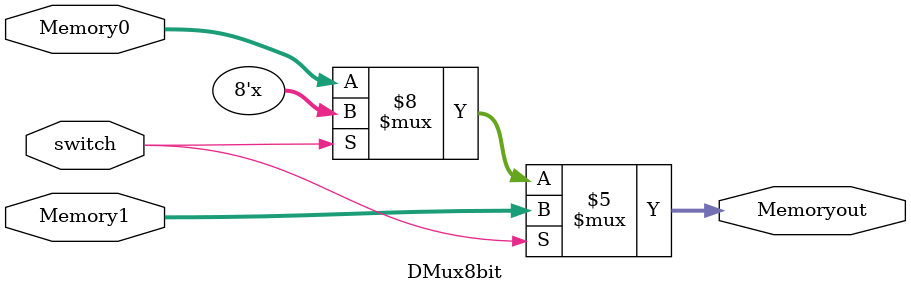
<source format=v>
`timescale 1ns / 1ps


module DMux8bit(
    input [7:0]Memory0,Memory1,
    input switch,
    output reg [7:0]Memoryout
    );
     always@(switch,Memory0,Memory1)
       begin
           if( switch==0 ) Memoryout = Memory0;
           if( switch==1 ) Memoryout = Memory1;
       end
endmodule


</source>
